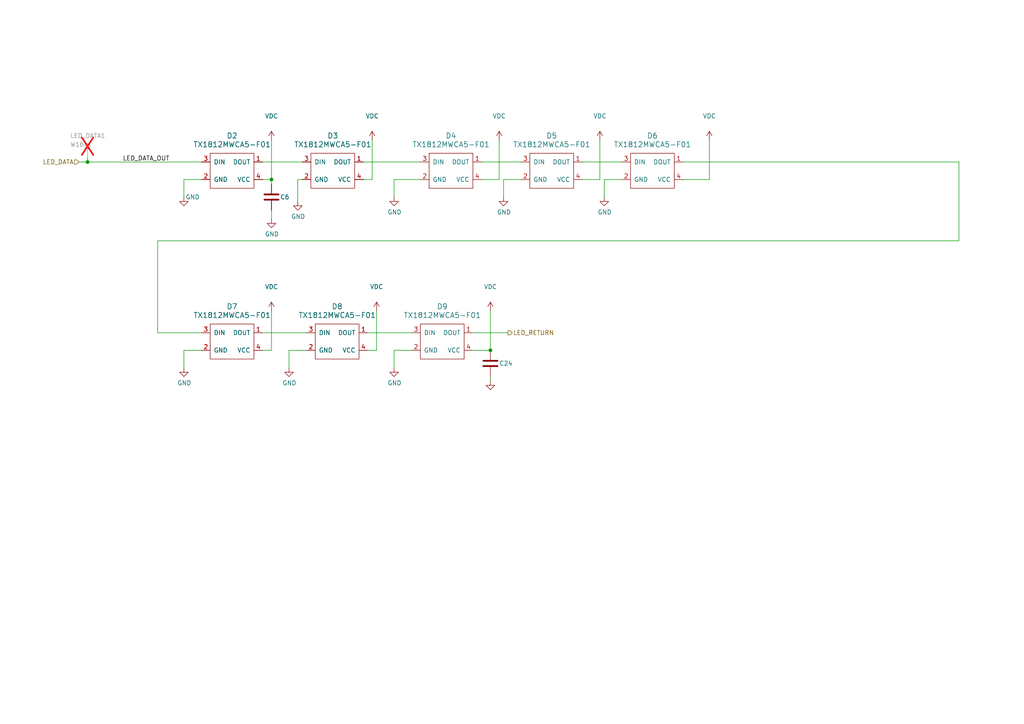
<source format=kicad_sch>
(kicad_sch (version 20250114) (generator "eeschema") (generator_version "9.0")
  (paper "A4")
  (title_block (title "Pixels D20 Schematic, LEDs") (date "2020-04-13") (rev "2") (company "Systemic Games, LLC"))
  (lib_symbols
    (symbol "Device:C" (pin_numbers (hide yes)) (pin_names (offset 0.254))
      (property "Reference" "C" (at 0.635 2.54 0))
      (property "Value" "C" (at 0.635 -2.54 0))
      (symbol "C_0_1"
        (polyline (pts (xy -2.032 0.762) (xy 2.032 0.762)) (stroke (width 0.508)))
        (polyline (pts (xy -2.032 -0.762) (xy 2.032 -0.762)) (stroke (width 0.508)))
      )
      (symbol "C_1_1"
        (pin passive line (at 0 3.81 270) (length 2.794) (name "~") (number "1"))
        (pin passive line (at 0 -3.81 90) (length 2.794) (name "~") (number "2"))
      )
    )
    (symbol "Pixels-dice:TEST_1P-conn" (pin_numbers (hide yes)) (pin_names (offset 0.762) (hide yes))
      (property "Reference" "W" (at 0 6.858 0))
      (property "Value" "TEST_1P-conn" (at 0 5.08 0))
      (symbol "TEST_1P-conn_0_1"
        (circle (center 0 3.302) (radius 0.762))
      )
      (symbol "TEST_1P-conn_1_1"
        (pin passive line (at 0 0 90) (length 2.54) (name "1") (number "1"))
      )
    )
    (symbol "Pixels-dice:TX1812MJA5" (pin_names (offset 1.016))
      (property "Reference" "D" (at 0 -6.35 0))
      (property "Value" "TX1812MJA5" (at 0 6.35 0))
      (symbol "TX1812MJA5_0_1"
        (rectangle (start -6.35 5.08) (end 6.35 -5.08))
      )
      (symbol "TX1812MJA5_1_1"
        (pin input line (at -8.89 2.54 0) (length 2.54) (name "DIN") (number "3"))
        (pin power_in line (at -8.89 -2.54 0) (length 2.54) (name "GND") (number "2"))
        (pin output line (at 8.89 2.54 180) (length 2.54) (name "DOUT") (number "1"))
        (pin power_in line (at 8.89 -2.54 180) (length 2.54) (name "VCC") (number "4"))
      )
    )
    (symbol "power:GND" (power) (pin_names (offset 0))
      (property "Value" "GND" (at 0 -3.81 0))
      (symbol "GND_0_1"
        (polyline (pts (xy 0 0) (xy 0 -1.27) (xy 1.27 -1.27) (xy 0 -2.54) (xy -1.27 -1.27) (xy 0 -1.27)))
      )
      (symbol "GND_1_1"
        (pin power_in line (at 0 0 270) (length 0) (hide yes) (name "GND") (number "1"))
      )
    )
    (symbol "power:VDC" (power) (pin_names (offset 0))
      (property "Value" "VDC" (at 0 6.35 0))
      (symbol "VDC_0_1"
        (polyline (pts (xy -0.762 1.27) (xy 0 2.54)))
        (polyline (pts (xy 0 2.54) (xy 0.762 1.27)))
        (polyline (pts (xy 0 0) (xy 0 2.54)))
      )
      (symbol "VDC_1_1"
        (pin power_in line (at 0 0 90) (length 0) (hide yes) (name "VDC") (number "1"))
      )
    )
  )
  (junction (at 25.4 46.99))
  (junction (at 78.74 52.07))
  (junction (at 142.24 101.6))
  (wire (pts (xy 168.91 46.99) (xy 180.34 46.99)))
  (wire (pts (xy 105.41 52.07) (xy 107.95 52.07)))
  (wire (pts (xy 105.41 46.99) (xy 121.92 46.99)))
  (wire (pts (xy 58.42 96.52) (xy 45.72 96.52)))
  (wire (pts (xy 278.13 69.85) (xy 45.72 69.85)))
  (wire (pts (xy 53.34 52.07) (xy 53.34 57.15)))
  (wire (pts (xy 76.2 96.52) (xy 88.9 96.52)))
  (wire (pts (xy 278.13 46.99) (xy 278.13 69.85)))
  (wire (pts (xy 175.26 52.07) (xy 175.26 57.15)))
  (wire (pts (xy 142.24 109.22) (xy 142.24 110.49)))
  (wire (pts (xy 205.74 40.64) (xy 205.74 52.07)))
  (wire (pts (xy 53.34 106.68) (xy 53.34 101.6)))
  (wire (pts (xy 78.74 90.17) (xy 78.74 101.6)))
  (wire (pts (xy 168.91 52.07) (xy 173.99 52.07)))
  (wire (pts (xy 114.3 52.07) (xy 114.3 57.15)))
  (wire (pts (xy 106.68 101.6) (xy 109.22 101.6)))
  (wire (pts (xy 198.12 52.07) (xy 205.74 52.07)))
  (wire (pts (xy 114.3 101.6) (xy 119.38 101.6)))
  (wire (pts (xy 25.4 45.72) (xy 25.4 46.99)))
  (wire (pts (xy 76.2 101.6) (xy 78.74 101.6)))
  (wire (pts (xy 53.34 52.07) (xy 58.42 52.07)))
  (wire (pts (xy 114.3 106.68) (xy 114.3 101.6)))
  (wire (pts (xy 45.72 69.85) (xy 45.72 96.52)))
  (wire (pts (xy 76.2 46.99) (xy 87.63 46.99)))
  (wire (pts (xy 139.7 52.07) (xy 144.78 52.07)))
  (wire (pts (xy 142.24 90.17) (xy 142.24 101.6)))
  (wire (pts (xy 109.22 90.17) (xy 109.22 101.6)))
  (wire (pts (xy 83.82 101.6) (xy 88.9 101.6)))
  (wire (pts (xy 25.4 46.99) (xy 58.42 46.99)))
  (wire (pts (xy 146.05 57.15) (xy 146.05 52.07)))
  (wire (pts (xy 107.95 40.64) (xy 107.95 52.07)))
  (wire (pts (xy 144.78 40.64) (xy 144.78 52.07)))
  (wire (pts (xy 137.16 101.6) (xy 142.24 101.6)))
  (wire (pts (xy 139.7 46.99) (xy 151.13 46.99)))
  (wire (pts (xy 86.36 52.07) (xy 87.63 52.07)))
  (wire (pts (xy 137.16 96.52) (xy 147.32 96.52)))
  (wire (pts (xy 106.68 96.52) (xy 119.38 96.52)))
  (wire (pts (xy 114.3 52.07) (xy 121.92 52.07)))
  (wire (pts (xy 175.26 52.07) (xy 180.34 52.07)))
  (wire (pts (xy 146.05 52.07) (xy 151.13 52.07)))
  (wire (pts (xy 78.74 63.5) (xy 78.74 60.96)))
  (wire (pts (xy 22.86 46.99) (xy 25.4 46.99)))
  (wire (pts (xy 76.2 52.07) (xy 78.74 52.07)))
  (wire (pts (xy 173.99 40.64) (xy 173.99 52.07)))
  (wire (pts (xy 78.74 52.07) (xy 78.74 53.34)))
  (wire (pts (xy 78.74 40.64) (xy 78.74 52.07)))
  (wire (pts (xy 198.12 46.99) (xy 278.13 46.99)))
  (wire (pts (xy 86.36 58.42) (xy 86.36 52.07)))
  (wire (pts (xy 83.82 106.68) (xy 83.82 101.6)))
  (wire (pts (xy 53.34 101.6) (xy 58.42 101.6)))
  (label "LED_DATA_OUT" (at 35.56 46.99 0))
  (hierarchical_label "LED_DATA" (shape input) (at 22.86 46.99 180))
  (hierarchical_label "LED_RETURN" (shape output) (at 147.32 96.52 0))
  (symbol (lib_id "Pixels-dice:TEST_1P-conn") (at 25.4 45.72 0) (unit 1) (in_bom no) (dnp yes)
    (property "Reference" "W16" (at 20.32 41.91 0) (effects (justify left)))
    (property "Value" "LED_DATA1" (at 20.32 39.37 0) (effects (justify left)))
    (property "Footprint" "Pixels-dice:TEST_PIN" (effects (hide yes)))
    (property "Generic OK" "N/A" (effects (hide yes)))
  )
  (symbol (lib_id "power:VDC") (at 78.74 40.64 0) (unit 1)
    (property "Reference" "#PWR029" (effects (hide yes)))
    (property "Value" "VDC" (at 78.74 33.655 0))
  )
  (symbol (lib_id "power:VDC") (at 107.95 40.64 0) (unit 1)
    (property "Reference" "#PWR0102" (effects (hide yes)))
    (property "Value" "VDC" (at 107.95 33.655 0))
  )
  (symbol (lib_id "power:GND") (at 53.34 57.15 0) (unit 1)
    (property "Reference" "#PWR027" (effects (hide yes)))
    (property "Value" "GND" (at 55.88 57.15 0))
  )
  (symbol (lib_id "power:GND") (at 86.36 58.42 0) (unit 1)
    (property "Reference" "#PWR033" (effects (hide yes)))
    (property "Value" "GND" (at 86.487 62.8142 0))
  )
  (symbol (lib_id "power:VDC") (at 144.78 40.64 0) (unit 1)
    (property "Reference" "#PWR040" (effects (hide yes)))
    (property "Value" "VDC" (at 144.78 33.655 0))
  )
  (symbol (lib_id "power:VDC") (at 173.99 40.64 0) (unit 1)
    (property "Reference" "#PWR0103" (effects (hide yes)))
    (property "Value" "VDC" (at 173.99 33.655 0))
  )
  (symbol (lib_id "power:GND") (at 114.3 57.15 0) (unit 1)
    (property "Reference" "#PWR0105" (effects (hide yes)))
    (property "Value" "GND" (at 114.427 61.5442 0))
  )
  (symbol (lib_id "power:GND") (at 146.05 57.15 0) (unit 1)
    (property "Reference" "#PWR041" (effects (hide yes)))
    (property "Value" "GND" (at 146.177 61.5442 0))
  )
  (symbol (lib_id "power:VDC") (at 205.74 40.64 0) (unit 1)
    (property "Reference" "#PWR0104" (effects (hide yes)))
    (property "Value" "VDC" (at 205.74 33.655 0))
  )
  (symbol (lib_id "power:VDC") (at 142.24 90.17 0) (unit 1)
    (property "Reference" "#PWR038" (effects (hide yes)))
    (property "Value" "VDC" (at 142.24 83.185 0))
  )
  (symbol (lib_id "power:GND") (at 53.34 106.68 0) (unit 1)
    (property "Reference" "#PWR028" (effects (hide yes)))
    (property "Value" "GND" (at 53.467 111.0742 0))
  )
  (symbol (lib_id "power:GND") (at 175.26 57.15 0) (unit 1)
    (property "Reference" "#PWR043" (effects (hide yes)))
    (property "Value" "GND" (at 175.387 61.5442 0))
  )
  (symbol (lib_id "Device:C") (at 142.24 105.41 0) (unit 1)
    (property "Reference" "C24" (at 144.78 105.41 0) (effects (justify left)))
    (property "Value" "0.1uF 10V 20%" (effects (hide yes)))
    (property "Footprint" "Capacitor_SMD:C_0201_0603Metric" (effects (hide yes)))
    (property "Generic OK" "YES" (effects (hide yes)))
    (property "Pixels Part Number" "SMD-C005" (effects (hide yes)))
    (property "Manufacturer" "HRE" (effects (hide yes)))
    (property "LCSC Part #" "C6119757" (effects (hide yes)))
    (property "Part Number" "CGA0201X5R104K100ET" (effects (hide yes)))
  )
  (symbol (lib_id "power:GND") (at 142.24 110.49 0) (unit 1)
    (property "Reference" "#PWR039" (effects (hide yes)))
    (property "Value" "GND" (effects (hide yes)))
  )
  (symbol (lib_id "Pixels-dice:TX1812MJA5") (at 128.27 99.06 0) (unit 1)
    (property "Reference" "D9" (at 128.27 88.9 0) (effects (font (size 1.524 1.524))))
    (property "Value" "TX1812MWCA5-F01" (at 128.27 91.44 0) (effects (font (size 1.524 1.524))))
    (property "Footprint" "Pixels-dice:TX1812MWCA5-F01" (effects (hide yes)))
    (property "Manufacturer" "TCWIN" (effects (hide yes)))
    (property "Part Number" "TX1812MWCA5-F01" (effects (hide yes)))
  )
  (symbol (lib_id "Pixels-dice:TX1812MJA5") (at 96.52 49.53 0) (unit 1)
    (property "Reference" "D3" (at 96.52 39.37 0) (effects (font (size 1.524 1.524))))
    (property "Value" "TX1812MWCA5-F01" (at 96.52 41.91 0) (effects (font (size 1.524 1.524))))
    (property "Footprint" "Pixels-dice:TX1812MWCA5-F01" (effects (hide yes)))
    (property "Manufacturer" "TCWIN" (effects (hide yes)))
    (property "Part Number" "TX1812MWCA5-F01" (effects (hide yes)))
  )
  (symbol (lib_id "power:VDC") (at 109.22 90.17 0) (unit 1)
    (property "Reference" "#PWR0106" (effects (hide yes)))
    (property "Value" "VDC" (at 109.22 83.185 0))
  )
  (symbol (lib_id "Device:C") (at 78.74 57.15 0) (unit 1)
    (property "Reference" "C6" (at 81.28 57.15 0) (effects (justify left)))
    (property "Value" "0.1uF 10V 20%" (effects (hide yes)))
    (property "Footprint" "Capacitor_SMD:C_0201_0603Metric" (effects (hide yes)))
    (property "Generic OK" "YES" (effects (hide yes)))
    (property "Pixels Part Number" "SMD-C005" (effects (hide yes)))
    (property "Manufacturer" "HRE" (effects (hide yes)))
    (property "LCSC Part #" "C6119757" (effects (hide yes)))
    (property "Part Number" "CGA0201X5R104K100ET" (effects (hide yes)))
  )
  (symbol (lib_id "Pixels-dice:TX1812MJA5") (at 67.31 49.53 0) (unit 1)
    (property "Reference" "D2" (at 67.31 39.37 0) (effects (font (size 1.524 1.524))))
    (property "Value" "TX1812MWCA5-F01" (at 67.31 41.91 0) (effects (font (size 1.524 1.524))))
    (property "Footprint" "Pixels-dice:TX1812MWCA5-F01" (effects (hide yes)))
    (property "Manufacturer" "TCWIN" (effects (hide yes)))
    (property "Part Number" "TX1812MWCA5-F01" (effects (hide yes)))
  )
  (symbol (lib_id "power:GND") (at 83.82 106.68 0) (unit 1)
    (property "Reference" "#PWR032" (effects (hide yes)))
    (property "Value" "GND" (at 83.947 111.0742 0))
  )
  (symbol (lib_id "Pixels-dice:TX1812MJA5") (at 130.81 49.53 0) (unit 1)
    (property "Reference" "D4" (at 130.81 39.37 0) (effects (font (size 1.524 1.524))))
    (property "Value" "TX1812MWCA5-F01" (at 130.81 41.91 0) (effects (font (size 1.524 1.524))))
    (property "Footprint" "Pixels-dice:TX1812MWCA5-F01" (effects (hide yes)))
    (property "Manufacturer" "TCWIN" (effects (hide yes)))
    (property "Part Number" "TX1812MWCA5-F01" (effects (hide yes)))
  )
  (symbol (lib_id "power:VDC") (at 78.74 90.17 0) (unit 1)
    (property "Reference" "#PWR031" (effects (hide yes)))
    (property "Value" "VDC" (at 78.74 83.185 0))
  )
  (symbol (lib_id "power:GND") (at 114.3 106.68 0) (unit 1)
    (property "Reference" "#PWR037" (effects (hide yes)))
    (property "Value" "GND" (at 114.427 111.0742 0))
  )
  (symbol (lib_id "Pixels-dice:TX1812MJA5") (at 67.31 99.06 0) (unit 1)
    (property "Reference" "D7" (at 67.31 88.9 0) (effects (font (size 1.524 1.524))))
    (property "Value" "TX1812MWCA5-F01" (at 67.31 91.44 0) (effects (font (size 1.524 1.524))))
    (property "Footprint" "Pixels-dice:TX1812MWCA5-F01" (effects (hide yes)))
    (property "Manufacturer" "TCWIN" (effects (hide yes)))
    (property "Part Number" "TX1812MWCA5-F01" (effects (hide yes)))
  )
  (symbol (lib_id "Pixels-dice:TX1812MJA5") (at 97.79 99.06 0) (unit 1)
    (property "Reference" "D8" (at 97.79 88.9 0) (effects (font (size 1.524 1.524))))
    (property "Value" "TX1812MWCA5-F01" (at 97.79 91.44 0) (effects (font (size 1.524 1.524))))
    (property "Footprint" "Pixels-dice:TX1812MWCA5-F01" (effects (hide yes)))
    (property "Manufacturer" "TCWIN" (effects (hide yes)))
    (property "Part Number" "TX1812MWCA5-F01" (effects (hide yes)))
  )
  (symbol (lib_id "power:GND") (at 78.74 63.5 0) (unit 1)
    (property "Reference" "#PWR0101" (effects (hide yes)))
    (property "Value" "GND" (at 78.867 67.8942 0))
  )
  (symbol (lib_id "Pixels-dice:TX1812MJA5") (at 160.02 49.53 0) (unit 1)
    (property "Reference" "D5" (at 160.02 39.37 0) (effects (font (size 1.524 1.524))))
    (property "Value" "TX1812MWCA5-F01" (at 160.02 41.91 0) (effects (font (size 1.524 1.524))))
    (property "Footprint" "Pixels-dice:TX1812MWCA5-F01" (effects (hide yes)))
    (property "Manufacturer" "TCWIN" (effects (hide yes)))
    (property "Part Number" "TX1812MWCA5-F01" (effects (hide yes)))
  )
  (symbol (lib_id "Pixels-dice:TX1812MJA5") (at 189.23 49.53 0) (unit 1)
    (property "Reference" "D6" (at 189.23 39.37 0) (effects (font (size 1.524 1.524))))
    (property "Value" "TX1812MWCA5-F01" (at 189.23 41.91 0) (effects (font (size 1.524 1.524))))
    (property "Footprint" "Pixels-dice:TX1812MWCA5-F01" (effects (hide yes)))
    (property "Manufacturer" "TCWIN" (effects (hide yes)))
    (property "Part Number" "TX1812MWCA5-F01" (effects (hide yes)))
  )
)
</source>
